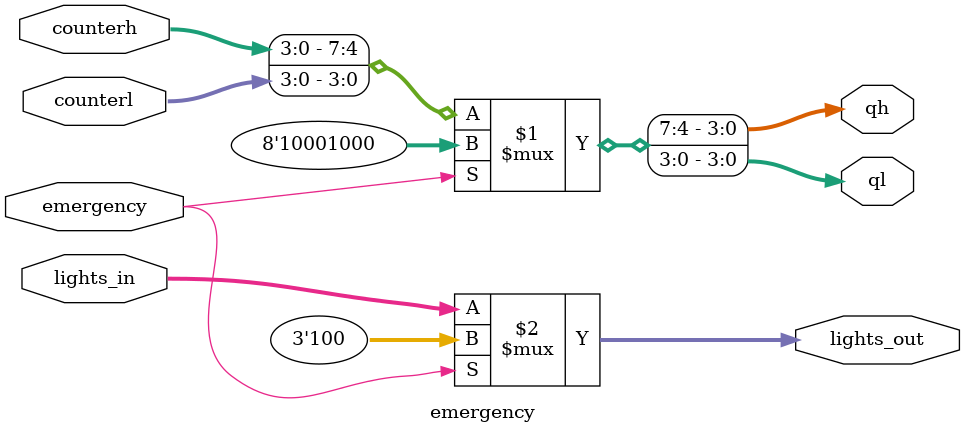
<source format=v>
`timescale 1ns / 1ps


module emergency
    (
    input emergency,
    input [3:0] counterh,counterl,
    input [2:0] lights_in,
    output [3:0] qh,ql,
    output [2:0] lights_out
    );
    
    parameter [3:0] time_emergency = 4'h8;
    parameter [2:0] lights_emergency = 3'b100; //ºìÂÌ»Æ
    
    assign {qh,ql} = emergency ? {time_emergency,time_emergency} : {counterh,counterl};
    assign {lights_out} = emergency ? {lights_emergency} : {lights_in};
endmodule

</source>
